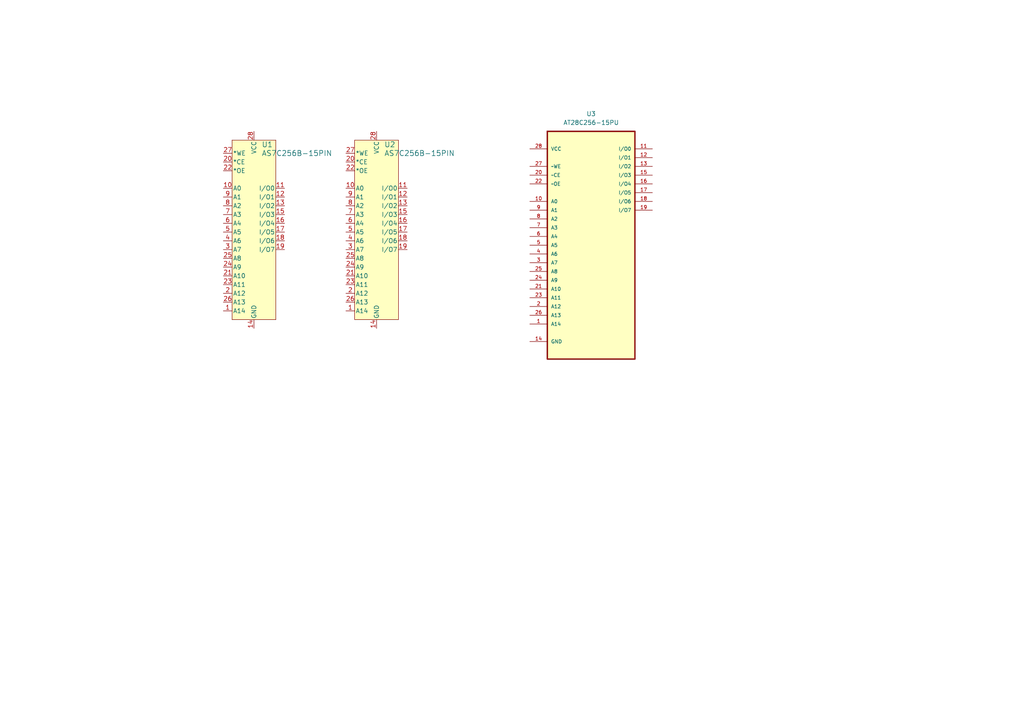
<source format=kicad_sch>
(kicad_sch (version 20231120) (generator "eeschema") (generator_version "8.0")
  (paper "A4")
  (lib_symbols
    (symbol "BB816-MATX-PCIE:AS7C256B-15PIN" (pin_names (offset 0.254))
      (property "Reference" "U" (at 2.794 28.956 0))
      (property "Value" "AS7C256B-15PIN" (at 14.478 26.924 0))
      (symbol "AS7C256B-15PIN_1_1"
        (rectangle (start -6.35 24.13) (end 6.35 -27.94) (fill (type background)))
        (pin input line (at -8.89 -25.4 0) (length 2.54) (name "A14") (number "1"))
        (pin input line (at -8.89 10.16 0) (length 2.54) (name "A0") (number "10"))
        (pin bidirectional line (at 8.89 10.16 180) (length 2.54) (name "I/O0") (number "11"))
        (pin bidirectional line (at 8.89 7.62 180) (length 2.54) (name "I/O1") (number "12"))
        (pin bidirectional line (at 8.89 5.08 180) (length 2.54) (name "I/O2") (number "13"))
        (pin power_in line (at 0 -30.48 90) (length 2.54) (name "GND") (number "14"))
        (pin bidirectional line (at 8.89 2.54 180) (length 2.54) (name "I/O3") (number "15"))
        (pin bidirectional line (at 8.89 0 180) (length 2.54) (name "I/O4") (number "16"))
        (pin bidirectional line (at 8.89 -2.54 180) (length 2.54) (name "I/O5") (number "17"))
        (pin bidirectional line (at 8.89 -5.08 180) (length 2.54) (name "I/O6") (number "18"))
        (pin bidirectional line (at 8.89 -7.62 180) (length 2.54) (name "I/O7") (number "19"))
        (pin input line (at -8.89 -20.32 0) (length 2.54) (name "A12") (number "2"))
        (pin input line (at -8.89 17.78 0) (length 2.54) (name "*CE") (number "20"))
        (pin input line (at -8.89 -15.24 0) (length 2.54) (name "A10") (number "21"))
        (pin bidirectional line (at -8.89 15.24 0) (length 2.54) (name "*OE") (number "22"))
        (pin input line (at -8.89 -17.78 0) (length 2.54) (name "A11") (number "23"))
        (pin input line (at -8.89 -12.7 0) (length 2.54) (name "A9") (number "24"))
        (pin input line (at -8.89 -10.16 0) (length 2.54) (name "A8") (number "25"))
        (pin input line (at -8.89 -22.86 0) (length 2.54) (name "A13") (number "26"))
        (pin input line (at -8.89 20.32 0) (length 2.54) (name "*WE") (number "27"))
        (pin power_in line (at 0 26.67 270) (length 2.54) (name "VCC") (number "28"))
        (pin input line (at -8.89 -7.62 0) (length 2.54) (name "A7") (number "3"))
        (pin input line (at -8.89 -5.08 0) (length 2.54) (name "A6") (number "4"))
        (pin input line (at -8.89 -2.54 0) (length 2.54) (name "A5") (number "5"))
        (pin input line (at -8.89 0 0) (length 2.54) (name "A4") (number "6"))
        (pin input line (at -8.89 2.54 0) (length 2.54) (name "A3") (number "7"))
        (pin input line (at -8.89 5.08 0) (length 2.54) (name "A2") (number "8"))
        (pin input line (at -8.89 7.62 0) (length 2.54) (name "A1") (number "9"))
      )
    )
    (symbol "BB816-MATX-PCIE:AT28C256-15PU" (pin_names (offset 1.016))
      (property "Reference" "U" (at -5.2377 32.6468 0))
      (property "Value" "AT28C256-15PU" (at -4.1713 -39.068 0))
      (symbol "AT28C256-15PU_0_0"
        (rectangle (start -12.7 -35.56) (end 12.7 30.48) (stroke (width 0.4064)) (fill (type background)))
        (pin input line (at -17.78 -25.4 0) (length 5.08) (name "A14") (number "1"))
        (pin input line (at -17.78 10.16 0) (length 5.08) (name "A0") (number "10"))
        (pin bidirectional line (at 17.78 25.4 180) (length 5.08) (name "I/O0") (number "11"))
        (pin bidirectional line (at 17.78 22.86 180) (length 5.08) (name "I/O1") (number "12"))
        (pin bidirectional line (at 17.78 20.32 180) (length 5.08) (name "I/O2") (number "13"))
        (pin passive line (at -17.78 -30.48 0) (length 5.08) (name "GND") (number "14"))
        (pin bidirectional line (at 17.78 17.78 180) (length 5.08) (name "I/O3") (number "15"))
        (pin bidirectional line (at 17.78 15.24 180) (length 5.08) (name "I/O4") (number "16"))
        (pin bidirectional line (at 17.78 12.7 180) (length 5.08) (name "I/O5") (number "17"))
        (pin bidirectional line (at 17.78 10.16 180) (length 5.08) (name "I/O6") (number "18"))
        (pin bidirectional line (at 17.78 7.62 180) (length 5.08) (name "I/O7") (number "19"))
        (pin input line (at -17.78 -20.32 0) (length 5.08) (name "A12") (number "2"))
        (pin input line (at -17.78 17.78 0) (length 5.08) (name "~CE") (number "20"))
        (pin input line (at -17.78 -15.24 0) (length 5.08) (name "A10") (number "21"))
        (pin input line (at -17.78 15.24 0) (length 5.08) (name "~OE") (number "22"))
        (pin input line (at -17.78 -17.78 0) (length 5.08) (name "A11") (number "23"))
        (pin input line (at -17.78 -12.7 0) (length 5.08) (name "A9") (number "24"))
        (pin input line (at -17.78 -10.16 0) (length 5.08) (name "A8") (number "25"))
        (pin input line (at -17.78 -22.86 0) (length 5.08) (name "A13") (number "26"))
        (pin input line (at -17.78 20.32 0) (length 5.08) (name "~WE") (number "27"))
        (pin power_in line (at -17.78 25.4 0) (length 5.08) (name "VCC") (number "28"))
        (pin input line (at -17.78 -7.62 0) (length 5.08) (name "A7") (number "3"))
        (pin input line (at -17.78 -5.08 0) (length 5.08) (name "A6") (number "4"))
        (pin input line (at -17.78 -2.54 0) (length 5.08) (name "A5") (number "5"))
        (pin input line (at -17.78 0 0) (length 5.08) (name "A4") (number "6"))
        (pin input line (at -17.78 2.54 0) (length 5.08) (name "A3") (number "7"))
        (pin input line (at -17.78 5.08 0) (length 5.08) (name "A2") (number "8"))
        (pin input line (at -17.78 7.62 0) (length 5.08) (name "A1") (number "9"))
      )
    )
  )
  (symbol (lib_id "BB816-MATX-PCIE:AS7C256B-15PIN") (at 73.66 64.77 0) (unit 1)
    (property "Reference" "U1" (at 75.8541 41.91 0) (effects (font (size 1.524 1.524)) (justify left)))
    (property "Value" "AS7C256B-15PIN" (at 75.8541 44.45 0) (effects (font (size 1.524 1.524)) (justify left)))
    (property "Footprint" "PDIP-28_MIL300_ALL" (effects (hide yes)))
    (property "Datasheet" "AS7C256B-15PIN" (effects (hide yes)))
  )
  (symbol (lib_id "BB816-MATX-PCIE:AT28C256-15PU") (at 171.45 68.58 0) (unit 1)
    (property "Reference" "U3" (at 171.45 33.02 0))
    (property "Value" "AT28C256-15PU" (at 171.45 35.56 0))
    (property "Footprint" "AT28C256-15PU:DIP254P1524X482-28" (effects (hide yes)))
    (property "Description" "Paged Parallel EEPROM" (effects (hide yes)))
    (property "PACKAGE" "PDIP-28" (effects (hide yes)))
    (property "MPN" "AT28C256-15PU" (effects (hide yes)))
    (property "OC_FARNELL" "1095782" (effects (hide yes)))
    (property "SUPPLIER" "ATMEL" (effects (hide yes)))
    (property "OC_NEWARK" "96K6555" (effects (hide yes)))
  )
  (symbol (lib_id "BB816-MATX-PCIE:AS7C256B-15PIN") (at 109.22 64.77 0) (unit 1)
    (property "Reference" "U2" (at 111.4141 41.91 0) (effects (font (size 1.524 1.524)) (justify left)))
    (property "Value" "AS7C256B-15PIN" (at 111.4141 44.45 0) (effects (font (size 1.524 1.524)) (justify left)))
    (property "Footprint" "PDIP-28_MIL300_ALL" (effects (hide yes)))
    (property "Datasheet" "AS7C256B-15PIN" (effects (hide yes)))
  )
)
</source>
